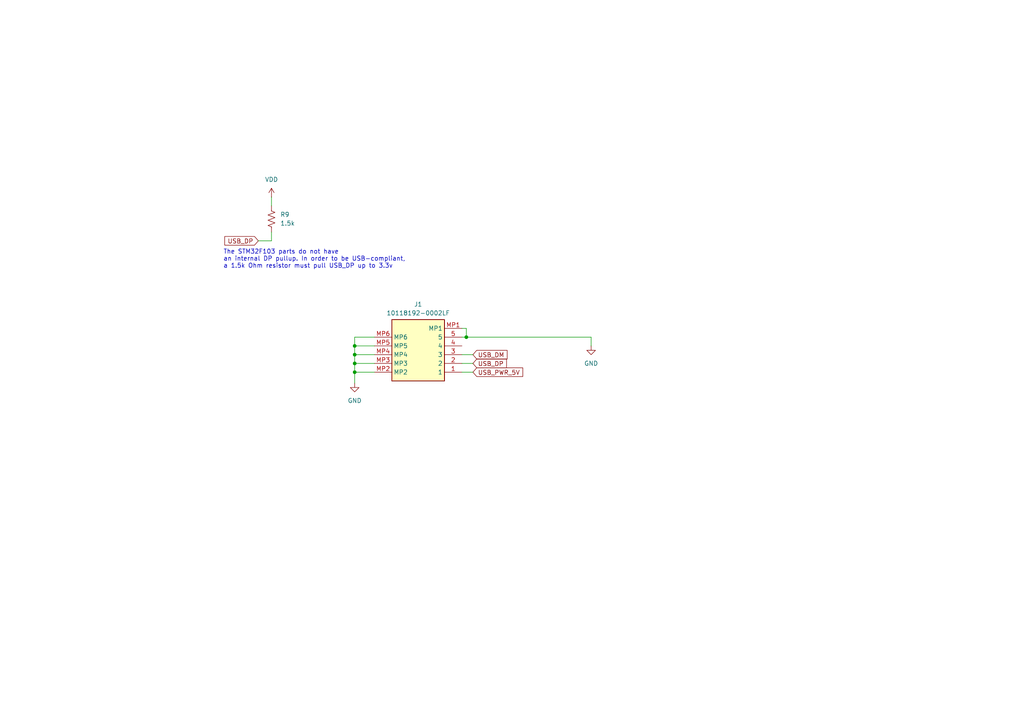
<source format=kicad_sch>
(kicad_sch (version 20231120) (generator "eeschema") (generator_version "8.0")
  (paper "A4")
  (lib_symbols
    (symbol "Device:R_US" (pin_numbers hide) (pin_names (offset 0))
      (property "Reference" "R" (at 2.54 0 90))
      (property "Value" "R_US" (at -2.54 0 90))
      (symbol "R_US_0_1"
        (polyline (pts (xy 0 -2.286) (xy 0 -2.54)))
        (polyline (pts (xy 0 2.286) (xy 0 2.54)))
        (polyline (pts (xy 0 -0.762) (xy 1.016 -1.143) (xy 0 -1.524) (xy -1.016 -1.905) (xy 0 -2.286)))
        (polyline (pts (xy 0 0.762) (xy 1.016 0.381) (xy 0 0) (xy -1.016 -0.381) (xy 0 -0.762)))
        (polyline (pts (xy 0 2.286) (xy 1.016 1.905) (xy 0 1.524) (xy -1.016 1.143) (xy 0 0.762)))
      )
      (symbol "R_US_1_1"
        (pin passive line (at 0 3.81 270) (length 1.27) (name "~") (number "1"))
        (pin passive line (at 0 -3.81 90) (length 1.27) (name "~") (number "2"))
      )
    )
    (symbol "NoahLibrary:10118192-0002LF"
      (property "Reference" "J" (at 21.59 7.62 0))
      (property "Value" "10118192-0002LF" (at 21.59 5.08 0))
      (symbol "10118192-0002LF_1_1"
        (rectangle (start 5.08 2.54) (end 20.32 -15.24) (stroke (width 0.254)) (fill (type background)))
        (pin passive line (at 0 0 0) (length 5.08) (name "1") (number "1"))
        (pin passive line (at 0 -2.54 0) (length 5.08) (name "2") (number "2"))
        (pin passive line (at 0 -5.08 0) (length 5.08) (name "3") (number "3"))
        (pin passive line (at 0 -7.62 0) (length 5.08) (name "4") (number "4"))
        (pin passive line (at 0 -10.16 0) (length 5.08) (name "5") (number "5"))
        (pin passive line (at 0 -12.7 0) (length 5.08) (name "MP1") (number "MP1"))
        (pin passive line (at 25.4 0 180) (length 5.08) (name "MP2") (number "MP2"))
        (pin passive line (at 25.4 -2.54 180) (length 5.08) (name "MP3") (number "MP3"))
        (pin passive line (at 25.4 -5.08 180) (length 5.08) (name "MP4") (number "MP4"))
        (pin passive line (at 25.4 -7.62 180) (length 5.08) (name "MP5") (number "MP5"))
        (pin passive line (at 25.4 -10.16 180) (length 5.08) (name "MP6") (number "MP6"))
      )
    )
    (symbol "power:GND" (power) (pin_numbers hide) (pin_names (offset 0) hide)
      (property "Value" "GND" (at 0 -3.81 0))
      (symbol "GND_0_1"
        (polyline (pts (xy 0 0) (xy 0 -1.27) (xy 1.27 -1.27) (xy 0 -2.54) (xy -1.27 -1.27) (xy 0 -1.27)))
      )
      (symbol "GND_1_1"
        (pin power_in line (at 0 0 270) (length 0) (name "~") (number "1"))
      )
    )
    (symbol "power:VDD" (power) (pin_numbers hide) (pin_names (offset 0) hide)
      (property "Value" "VDD" (at 0 3.556 0))
      (symbol "VDD_0_1"
        (polyline (pts (xy -0.762 1.27) (xy 0 2.54)))
        (polyline (pts (xy 0 0) (xy 0 2.54)))
        (polyline (pts (xy 0 2.54) (xy 0.762 1.27)))
      )
      (symbol "VDD_1_1"
        (pin power_in line (at 0 0 90) (length 0) (name "~") (number "1"))
      )
    )
  )
  (junction (at 102.87 105.41))
  (junction (at 102.87 107.95))
  (junction (at 135.255 97.79))
  (junction (at 102.87 100.33))
  (junction (at 102.87 102.87))
  (wire (pts (xy 108.585 102.87) (xy 102.87 102.87)))
  (wire (pts (xy 102.87 105.41) (xy 102.87 107.95)))
  (wire (pts (xy 102.87 107.95) (xy 108.585 107.95)))
  (wire (pts (xy 133.985 105.41) (xy 137.16 105.41)))
  (wire (pts (xy 74.93 69.85) (xy 78.74 69.85)))
  (wire (pts (xy 133.985 97.79) (xy 135.255 97.79)))
  (wire (pts (xy 78.74 57.15) (xy 78.74 59.69)))
  (wire (pts (xy 102.87 100.33) (xy 102.87 102.87)))
  (wire (pts (xy 135.255 97.79) (xy 171.45 97.79)))
  (wire (pts (xy 133.985 107.95) (xy 137.16 107.95)))
  (wire (pts (xy 133.985 102.87) (xy 137.16 102.87)))
  (wire (pts (xy 78.74 69.85) (xy 78.74 67.31)))
  (wire (pts (xy 102.87 105.41) (xy 108.585 105.41)))
  (wire (pts (xy 135.255 95.25) (xy 135.255 97.79)))
  (wire (pts (xy 102.87 107.95) (xy 102.87 111.125)))
  (wire (pts (xy 102.87 100.33) (xy 108.585 100.33)))
  (wire (pts (xy 133.985 95.25) (xy 135.255 95.25)))
  (wire (pts (xy 171.45 97.79) (xy 171.45 100.33)))
  (wire (pts (xy 108.585 97.79) (xy 102.87 97.79)))
  (wire (pts (xy 102.87 102.87) (xy 102.87 105.41)))
  (wire (pts (xy 102.87 97.79) (xy 102.87 100.33)))
  (text "The STM32F103 parts do not have \nan internal DP pullup. In order to be USB-compliant, \na 1.5k Ohm resistor must pull USB_DP up to 3.3v" (at 64.77 75.184 0) (effects (font (size 1.27 1.27)) (justify left)))
  (global_label "USB_DP" (shape input) (at 74.93 69.85 180) (property "Intersheetrefs" "${INTERSHEET_REFS}" (effects (hide yes))))
  (global_label "USB_DM" (shape input) (at 137.16 102.87 0) (property "Intersheetrefs" "${INTERSHEET_REFS}" (effects (hide yes))))
  (global_label "USB_DP" (shape input) (at 137.16 105.41 0) (property "Intersheetrefs" "${INTERSHEET_REFS}" (effects (hide yes))))
  (global_label "USB_PWR_5V" (shape input) (at 137.16 107.95 0) (property "Intersheetrefs" "${INTERSHEET_REFS}" (effects (hide yes))))
  (symbol (lib_id "power:GND") (at 102.87 111.125 0) (unit 1)
    (property "Reference" "#PWR035" (effects (hide yes)))
    (property "Value" "GND" (at 102.87 116.205 0))
    (property "Description" "Power symbol creates a global label with name \"GND\" , ground" (effects (hide yes)))
  )
  (symbol (lib_id "power:GND") (at 171.45 100.33 0) (unit 1)
    (property "Reference" "#PWR027" (effects (hide yes)))
    (property "Value" "GND" (at 171.45 105.41 0))
    (property "Description" "Power symbol creates a global label with name \"GND\" , ground" (effects (hide yes)))
  )
  (symbol (lib_id "NoahLibrary:10118192-0002LF") (at 133.985 107.95 180) (unit 1)
    (property "Reference" "J1" (at 121.285 88.265 0))
    (property "Value" "10118192-0002LF" (at 121.285 90.805 0))
    (property "Footprint" "NoahsFootprints:101181920002LF" (effects (hide yes)))
    (property "Datasheet" "https://cdn.amphenol-cs.com/media/wysiwyg/files/drawing/10118192.pdf" (effects (hide yes)))
    (property "Description" "Micro USB 2.0, Input Output Connectors, B TYPE RECEPTACLE without flange" (effects (hide yes)))
    (property "Height" "3.08" (effects (hide yes)))
    (property "Manufacturer_Name" "Amphenol Communications Solutions" (effects (hide yes)))
    (property "Manufacturer_Part_Number" "10118192-0002LF" (effects (hide yes)))
    (property "JLCPCB Part #" "C2972784" (effects (hide yes)))
    (property "LCSC Part Number" "C2972784" (effects (hide yes)))
  )
  (symbol (lib_id "power:VDD") (at 78.74 57.15 0) (unit 1)
    (property "Reference" "#PWR034" (effects (hide yes)))
    (property "Value" "VDD" (at 78.74 52.07 0))
    (property "Description" "Power symbol creates a global label with name \"VDD\"" (effects (hide yes)))
  )
  (symbol (lib_id "Device:R_US") (at 78.74 63.5 0) (unit 1)
    (property "Reference" "R9" (at 81.28 62.2299 0) (effects (justify left)))
    (property "Value" "1.5k" (at 81.28 64.7699 0) (effects (justify left)))
    (property "Footprint" "Resistor_SMD:R_0402_1005Metric" (effects (hide yes)))
    (property "Description" "Resistor, US symbol" (effects (hide yes)))
    (property "Manufacturer" "RALEC" (effects (hide yes)))
    (property "Part Number" "RTT021501FTH" (effects (hide yes)))
    (property "JLCPCB Part #" "C102811" (effects (hide yes)))
  )
)
</source>
